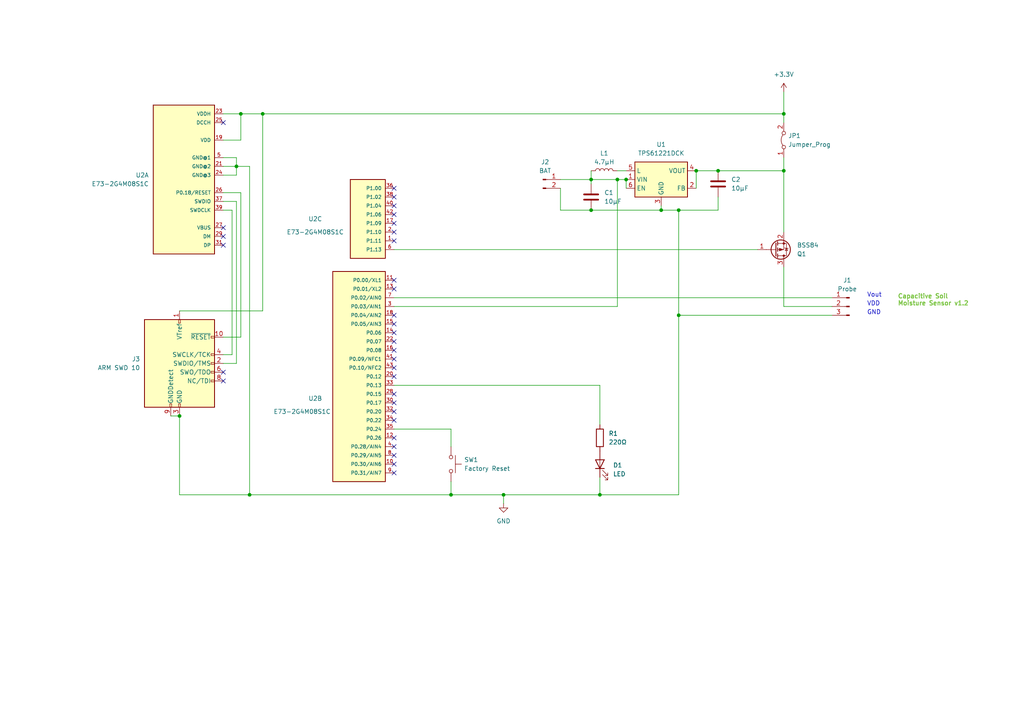
<source format=kicad_sch>
(kicad_sch (version 20230121) (generator eeschema)
  (paper "A4")
  (title_block (title "Swift Zigbee Soil Moisture Sensor") (date "2024-07-04") (rev "1.0"))
  (lib_symbols
    (symbol "Connector:Conn_01x02_Pin" (pin_names (offset 1.016) hide)
      (property "Reference" "J" (at 0 2.54 0))
      (property "Value" "Conn_01x02_Pin" (at 0 -5.08 0))
      (symbol "Conn_01x02_Pin_1_1"
        (polyline (pts (xy 1.27 -2.54) (xy 0.8636 -2.54)) (stroke (width 0.1524)))
        (polyline (pts (xy 1.27 0) (xy 0.8636 0)) (stroke (width 0.1524)))
        (rectangle (start 0.8636 -2.413) (end 0 -2.667) (stroke (width 0.1524)) (fill (type outline)))
        (rectangle (start 0.8636 0.127) (end 0 -0.127) (stroke (width 0.1524)) (fill (type outline)))
        (pin passive line (at 5.08 0 180) (length 3.81) (name "Pin_1") (number "1"))
        (pin passive line (at 5.08 -2.54 180) (length 3.81) (name "Pin_2") (number "2"))
      )
    )
    (symbol "Connector:Conn_01x03_Pin" (pin_names (offset 1.016) hide)
      (property "Reference" "J" (at 0 5.08 0))
      (property "Value" "Conn_01x03_Pin" (at 0 -5.08 0))
      (symbol "Conn_01x03_Pin_1_1"
        (polyline (pts (xy 1.27 -2.54) (xy 0.8636 -2.54)) (stroke (width 0.1524)))
        (polyline (pts (xy 1.27 0) (xy 0.8636 0)) (stroke (width 0.1524)))
        (polyline (pts (xy 1.27 2.54) (xy 0.8636 2.54)) (stroke (width 0.1524)))
        (rectangle (start 0.8636 -2.413) (end 0 -2.667) (stroke (width 0.1524)) (fill (type outline)))
        (rectangle (start 0.8636 0.127) (end 0 -0.127) (stroke (width 0.1524)) (fill (type outline)))
        (rectangle (start 0.8636 2.667) (end 0 2.413) (stroke (width 0.1524)) (fill (type outline)))
        (pin passive line (at 5.08 2.54 180) (length 3.81) (name "Pin_1") (number "1"))
        (pin passive line (at 5.08 0 180) (length 3.81) (name "Pin_2") (number "2"))
        (pin passive line (at 5.08 -2.54 180) (length 3.81) (name "Pin_3") (number "3"))
      )
    )
    (symbol "Connector:Conn_ARM_JTAG_SWD_10" (pin_names (offset 1.016))
      (property "Reference" "J" (at -2.54 16.51 0))
      (property "Value" "Conn_ARM_JTAG_SWD_10" (at -2.54 13.97 0))
      (symbol "Conn_ARM_JTAG_SWD_10_0_1"
        (rectangle (start -10.16 12.7) (end 10.16 -12.7) (stroke (width 0.254)) (fill (type background)))
        (rectangle (start -2.794 -12.7) (end -2.286 -11.684))
        (rectangle (start -0.254 -12.7) (end 0.254 -11.684))
        (rectangle (start -0.254 12.7) (end 0.254 11.684))
        (rectangle (start 9.144 2.286) (end 10.16 2.794))
        (rectangle (start 10.16 -2.794) (end 9.144 -2.286))
        (rectangle (start 10.16 -0.254) (end 9.144 0.254))
        (rectangle (start 10.16 7.874) (end 9.144 7.366))
      )
      (symbol "Conn_ARM_JTAG_SWD_10_1_1"
        (rectangle (start 9.144 -5.334) (end 10.16 -4.826))
        (pin power_in line (at 0 15.24 270) (length 2.54) (name "VTref") (number "1"))
        (pin open_collector line (at 12.7 7.62 180) (length 2.54) (name "~{RESET}") (number "10"))
        (pin bidirectional line (at 12.7 0 180) (length 2.54) (name "SWDIO/TMS") (number "2"))
        (pin power_in line (at 0 -15.24 90) (length 2.54) (name "GND") (number "3"))
        (pin output line (at 12.7 2.54 180) (length 2.54) (name "SWCLK/TCK") (number "4"))
        (pin passive line (at 0 -15.24 90) (length 2.54) hide (name "GND") (number "5"))
        (pin input line (at 12.7 -2.54 180) (length 2.54) (name "SWO/TDO") (number "6"))
        (pin no_connect line (at -10.16 0 0) (length 2.54) hide (name "KEY") (number "7"))
        (pin output line (at 12.7 -5.08 180) (length 2.54) (name "NC/TDI") (number "8"))
        (pin passive line (at -2.54 -15.24 90) (length 2.54) (name "GNDDetect") (number "9"))
      )
    )
    (symbol "Device:C" (pin_numbers hide) (pin_names (offset 0.254))
      (property "Reference" "C" (at 0.635 2.54 0))
      (property "Value" "C" (at 0.635 -2.54 0))
      (symbol "C_0_1"
        (polyline (pts (xy -2.032 -0.762) (xy 2.032 -0.762)) (stroke (width 0.508)))
        (polyline (pts (xy -2.032 0.762) (xy 2.032 0.762)) (stroke (width 0.508)))
      )
      (symbol "C_1_1"
        (pin passive line (at 0 3.81 270) (length 2.794) (name "~") (number "1"))
        (pin passive line (at 0 -3.81 90) (length 2.794) (name "~") (number "2"))
      )
    )
    (symbol "Device:L" (pin_numbers hide) (pin_names (offset 1.016) hide)
      (property "Reference" "L" (at -1.27 0 90))
      (property "Value" "L" (at 1.905 0 90))
      (symbol "L_0_1"
        (arc (start 0 -2.54) (mid 0.6323 -1.905) (end 0 -1.27))
        (arc (start 0 -1.27) (mid 0.6323 -0.635) (end 0 0))
        (arc (start 0 0) (mid 0.6323 0.635) (end 0 1.27))
        (arc (start 0 1.27) (mid 0.6323 1.905) (end 0 2.54))
      )
      (symbol "L_1_1"
        (pin passive line (at 0 3.81 270) (length 1.27) (name "1") (number "1"))
        (pin passive line (at 0 -3.81 90) (length 1.27) (name "2") (number "2"))
      )
    )
    (symbol "Device:LED" (pin_numbers hide) (pin_names (offset 1.016) hide)
      (property "Reference" "D" (at 0 2.54 0))
      (property "Value" "LED" (at 0 -2.54 0))
      (symbol "LED_0_1"
        (polyline (pts (xy -1.27 -1.27) (xy -1.27 1.27)) (stroke (width 0.254)))
        (polyline (pts (xy -1.27 0) (xy 1.27 0)))
        (polyline (pts (xy 1.27 -1.27) (xy 1.27 1.27) (xy -1.27 0) (xy 1.27 -1.27)) (stroke (width 0.254)))
        (polyline (pts (xy -3.048 -0.762) (xy -4.572 -2.286) (xy -3.81 -2.286) (xy -4.572 -2.286) (xy -4.572 -1.524)))
        (polyline (pts (xy -1.778 -0.762) (xy -3.302 -2.286) (xy -2.54 -2.286) (xy -3.302 -2.286) (xy -3.302 -1.524)))
      )
      (symbol "LED_1_1"
        (pin passive line (at -3.81 0 0) (length 2.54) (name "K") (number "1"))
        (pin passive line (at 3.81 0 180) (length 2.54) (name "A") (number "2"))
      )
    )
    (symbol "Device:R" (pin_numbers hide) (pin_names (offset 0))
      (property "Reference" "R" (at 2.032 0 90))
      (property "Value" "R" (at 0 0 90))
      (symbol "R_0_1"
        (rectangle (start -1.016 -2.54) (end 1.016 2.54) (stroke (width 0.254)))
      )
      (symbol "R_1_1"
        (pin passive line (at 0 3.81 270) (length 1.27) (name "~") (number "1"))
        (pin passive line (at 0 -3.81 90) (length 1.27) (name "~") (number "2"))
      )
    )
    (symbol "E73-2G4M08S1C:E73-2G4M08S1C" (pin_names (offset 1.016))
      (property "Reference" "U" (at -15.24 20.32 0))
      (property "Value" "E73-2G4M08S1C" (at -15.24 -25.4 0))
      (symbol "E73-2G4M08S1C_1_0"
        (rectangle (start -15.24 -22.86) (end 2.54 20.32) (stroke (width 0.254)) (fill (type background)))
        (pin bidirectional line (at -17.78 10.16 0) (length 2.54) (name "VDD") (number "19"))
        (pin bidirectional line (at -17.78 2.54 0) (length 2.54) (name "GND@2") (number "21"))
        (pin bidirectional line (at -17.78 17.78 0) (length 2.54) (name "VDDH") (number "23"))
        (pin bidirectional line (at -17.78 0 0) (length 2.54) (name "GND@3") (number "24"))
        (pin bidirectional line (at -17.78 15.24 0) (length 2.54) (name "DCCH") (number "25"))
        (pin bidirectional line (at -17.78 -5.08 0) (length 2.54) (name "P0.18/RESET") (number "26"))
        (pin bidirectional line (at -17.78 -15.24 0) (length 2.54) (name "VBUS") (number "27"))
        (pin bidirectional line (at -17.78 -17.78 0) (length 2.54) (name "DM") (number "29"))
        (pin bidirectional line (at -17.78 -20.32 0) (length 2.54) (name "DP") (number "31"))
        (pin bidirectional line (at -17.78 -7.62 0) (length 2.54) (name "SWDIO") (number "37"))
        (pin bidirectional line (at -17.78 -10.16 0) (length 2.54) (name "SWDCLK") (number "39"))
        (pin bidirectional line (at -17.78 5.08 0) (length 2.54) (name "GND@1") (number "5"))
      )
      (symbol "E73-2G4M08S1C_2_0"
        (rectangle (start -5.08 -30.48) (end 10.16 30.48) (stroke (width 0.254)) (fill (type background)))
        (pin bidirectional line (at 12.7 -25.4 180) (length 2.54) (name "P0.30/AIN6") (number "10"))
        (pin bidirectional line (at 12.7 27.94 180) (length 2.54) (name "P0.00/XL1") (number "11"))
        (pin bidirectional line (at 12.7 -17.78 180) (length 2.54) (name "P0.26") (number "12"))
        (pin bidirectional line (at 12.7 25.4 180) (length 2.54) (name "P0.01/XL2") (number "13"))
        (pin bidirectional line (at 12.7 12.7 180) (length 2.54) (name "P0.06") (number "14"))
        (pin bidirectional line (at 12.7 15.24 180) (length 2.54) (name "P0.05/AIN3") (number "15"))
        (pin bidirectional line (at 12.7 7.62 180) (length 2.54) (name "P0.08") (number "16"))
        (pin bidirectional line (at 12.7 17.78 180) (length 2.54) (name "P0.04/AIN2") (number "18"))
        (pin bidirectional line (at 12.7 0 180) (length 2.54) (name "P0.12") (number "20"))
        (pin bidirectional line (at 12.7 10.16 180) (length 2.54) (name "P0.07") (number "22"))
        (pin bidirectional line (at 12.7 -5.08 180) (length 2.54) (name "P0.15") (number "28"))
        (pin bidirectional line (at 12.7 20.32 180) (length 2.54) (name "P0.03/AIN1") (number "3"))
        (pin bidirectional line (at 12.7 -7.62 180) (length 2.54) (name "P0.17") (number "30"))
        (pin bidirectional line (at 12.7 -10.16 180) (length 2.54) (name "P0.20") (number "32"))
        (pin bidirectional line (at 12.7 -2.54 180) (length 2.54) (name "P0.13") (number "33"))
        (pin bidirectional line (at 12.7 -12.7 180) (length 2.54) (name "P0.22") (number "34"))
        (pin bidirectional line (at 12.7 -15.24 180) (length 2.54) (name "P0.24") (number "35"))
        (pin bidirectional line (at 12.7 -20.32 180) (length 2.54) (name "P0.28/AIN4") (number "4"))
        (pin bidirectional line (at 12.7 5.08 180) (length 2.54) (name "P0.09/NFC1") (number "41"))
        (pin bidirectional line (at 12.7 2.54 180) (length 2.54) (name "P0.10/NFC2") (number "43"))
        (pin bidirectional line (at 12.7 22.86 180) (length 2.54) (name "P0.02/AIN0") (number "7"))
        (pin bidirectional line (at 12.7 -22.86 180) (length 2.54) (name "P0.29/AIN5") (number "8"))
        (pin bidirectional line (at 12.7 -27.94 180) (length 2.54) (name "P0.31/AIN7") (number "9"))
      )
      (symbol "E73-2G4M08S1C_3_0"
        (rectangle (start -2.54 -12.7) (end 7.62 10.16) (stroke (width 0.254)) (fill (type background)))
        (pin bidirectional line (at 10.16 -7.62 180) (length 2.54) (name "P1.11") (number "1"))
        (pin bidirectional line (at 10.16 -2.54 180) (length 2.54) (name "P1.09") (number "17"))
        (pin bidirectional line (at 10.16 -5.08 180) (length 2.54) (name "P1.10") (number "2"))
        (pin bidirectional line (at 10.16 7.62 180) (length 2.54) (name "P1.00") (number "36"))
        (pin bidirectional line (at 10.16 5.08 180) (length 2.54) (name "P1.02") (number "38"))
        (pin bidirectional line (at 10.16 2.54 180) (length 2.54) (name "P1.04") (number "40"))
        (pin bidirectional line (at 10.16 0 180) (length 2.54) (name "P1.06") (number "42"))
        (pin bidirectional line (at 10.16 -10.16 180) (length 2.54) (name "P1.13") (number "6"))
      )
    )
    (symbol "Jumper:Jumper_2_Bridged" (pin_names (offset 0) hide)
      (property "Reference" "JP" (at 0 1.905 0))
      (property "Value" "Jumper_2_Bridged" (at 0 -2.54 0))
      (symbol "Jumper_2_Bridged_0_0"
        (circle (center -2.032 0) (radius 0.508))
        (circle (center 2.032 0) (radius 0.508))
      )
      (symbol "Jumper_2_Bridged_0_1"
        (arc (start 1.524 0.254) (mid 0 0.762) (end -1.524 0.254))
      )
      (symbol "Jumper_2_Bridged_1_1"
        (pin passive line (at -5.08 0 0) (length 2.54) (name "A") (number "1"))
        (pin passive line (at 5.08 0 180) (length 2.54) (name "B") (number "2"))
      )
    )
    (symbol "Regulator_Switching:TPS61221DCK"
      (property "Reference" "U" (at -7.62 6.35 0))
      (property "Value" "TPS61221DCK" (at 2.54 6.35 0))
      (symbol "TPS61221DCK_0_1"
        (rectangle (start -7.62 5.08) (end 7.62 -5.08) (stroke (width 0.254)) (fill (type background)))
      )
      (symbol "TPS61221DCK_1_1"
        (pin power_in line (at -10.16 0 0) (length 2.54) (name "VIN") (number "1"))
        (pin input line (at 10.16 -2.54 180) (length 2.54) (name "FB") (number "2"))
        (pin power_in line (at 0 -7.62 90) (length 2.54) (name "GND") (number "3"))
        (pin power_out line (at 10.16 2.54 180) (length 2.54) (name "VOUT") (number "4"))
        (pin power_in line (at -10.16 2.54 0) (length 2.54) (name "L") (number "5"))
        (pin input line (at -10.16 -2.54 0) (length 2.54) (name "EN") (number "6"))
      )
    )
    (symbol "Switch:SW_Push" (pin_numbers hide) (pin_names (offset 1.016) hide)
      (property "Reference" "SW" (at 1.27 2.54 0))
      (property "Value" "SW_Push" (at 0 -1.524 0))
      (symbol "SW_Push_0_1"
        (circle (center -2.032 0) (radius 0.508))
        (polyline (pts (xy 0 1.27) (xy 0 3.048)))
        (polyline (pts (xy 2.54 1.27) (xy -2.54 1.27)))
        (circle (center 2.032 0) (radius 0.508))
        (pin passive line (at -5.08 0 0) (length 2.54) (name "1") (number "1"))
        (pin passive line (at 5.08 0 180) (length 2.54) (name "2") (number "2"))
      )
    )
    (symbol "Transistor_FET:BSS84" (pin_names hide)
      (property "Reference" "Q" (at 5.08 1.905 0))
      (property "Value" "BSS84" (at 5.08 0 0))
      (symbol "BSS84_0_1"
        (polyline (pts (xy 0.254 0) (xy -2.54 0)))
        (polyline (pts (xy 0.254 1.905) (xy 0.254 -1.905)) (stroke (width 0.254)))
        (polyline (pts (xy 0.762 -1.27) (xy 0.762 -2.286)) (stroke (width 0.254)))
        (polyline (pts (xy 0.762 0.508) (xy 0.762 -0.508)) (stroke (width 0.254)))
        (polyline (pts (xy 0.762 2.286) (xy 0.762 1.27)) (stroke (width 0.254)))
        (polyline (pts (xy 2.54 2.54) (xy 2.54 1.778)))
        (polyline (pts (xy 2.54 -2.54) (xy 2.54 0) (xy 0.762 0)))
        (polyline (pts (xy 0.762 1.778) (xy 3.302 1.778) (xy 3.302 -1.778) (xy 0.762 -1.778)))
        (polyline (pts (xy 2.286 0) (xy 1.27 0.381) (xy 1.27 -0.381) (xy 2.286 0)) (fill (type outline)))
        (polyline (pts (xy 2.794 -0.508) (xy 2.921 -0.381) (xy 3.683 -0.381) (xy 3.81 -0.254)))
        (polyline (pts (xy 3.302 -0.381) (xy 2.921 0.254) (xy 3.683 0.254) (xy 3.302 -0.381)))
        (circle (center 1.651 0) (radius 2.794) (stroke (width 0.254)))
        (circle (center 2.54 -1.778) (radius 0.254) (fill (type outline)))
        (circle (center 2.54 1.778) (radius 0.254) (fill (type outline)))
      )
      (symbol "BSS84_1_1"
        (pin input line (at -5.08 0 0) (length 2.54) (name "G") (number "1"))
        (pin passive line (at 2.54 -5.08 90) (length 2.54) (name "S") (number "2"))
        (pin passive line (at 2.54 5.08 270) (length 2.54) (name "D") (number "3"))
      )
    )
    (symbol "power:+3.3V" (power) (pin_names (offset 0))
      (property "Value" "+3.3V" (at 0 3.556 0))
      (symbol "+3.3V_0_1"
        (polyline (pts (xy -0.762 1.27) (xy 0 2.54)))
        (polyline (pts (xy 0 0) (xy 0 2.54)))
        (polyline (pts (xy 0 2.54) (xy 0.762 1.27)))
      )
      (symbol "+3.3V_1_1"
        (pin power_in line (at 0 0 90) (length 0) hide (name "+3.3V") (number "1"))
      )
    )
    (symbol "power:GND" (power) (pin_names (offset 0))
      (property "Value" "GND" (at 0 -3.81 0))
      (symbol "GND_0_1"
        (polyline (pts (xy 0 0) (xy 0 -1.27) (xy 1.27 -1.27) (xy 0 -2.54) (xy -1.27 -1.27) (xy 0 -1.27)))
      )
      (symbol "GND_1_1"
        (pin power_in line (at 0 0 270) (length 0) hide (name "GND") (number "1"))
      )
    )
  )
  (junction (at 196.85 60.96))
  (junction (at 72.39 143.51))
  (junction (at 69.85 33.02))
  (junction (at 181.61 52.07))
  (junction (at 76.2 33.02))
  (junction (at 171.45 52.07))
  (junction (at 227.33 49.53))
  (junction (at 146.05 143.51))
  (junction (at 196.85 91.44))
  (junction (at 171.45 60.96))
  (junction (at 52.07 120.65))
  (junction (at 130.81 143.51))
  (junction (at 201.93 49.53))
  (junction (at 68.58 48.26))
  (junction (at 208.28 49.53))
  (junction (at 179.07 52.07))
  (junction (at 173.99 143.51))
  (junction (at 191.77 60.96))
  (junction (at 227.33 33.02))
  (no_connect (at 114.3 59.69))
  (no_connect (at 64.77 71.12))
  (no_connect (at 114.3 121.92))
  (no_connect (at 114.3 101.6))
  (no_connect (at 114.3 67.31))
  (no_connect (at 114.3 62.23))
  (no_connect (at 114.3 129.54))
  (no_connect (at 114.3 91.44))
  (no_connect (at 114.3 106.68))
  (no_connect (at 114.3 127))
  (no_connect (at 64.77 35.56))
  (no_connect (at 114.3 116.84))
  (no_connect (at 114.3 81.28))
  (no_connect (at 64.77 110.49))
  (no_connect (at 114.3 104.14))
  (no_connect (at 114.3 132.08))
  (no_connect (at 114.3 83.82))
  (no_connect (at 114.3 119.38))
  (no_connect (at 64.77 66.04))
  (no_connect (at 114.3 54.61))
  (no_connect (at 114.3 69.85))
  (no_connect (at 64.77 68.58))
  (no_connect (at 114.3 137.16))
  (no_connect (at 114.3 109.22))
  (no_connect (at 114.3 96.52))
  (no_connect (at 114.3 57.15))
  (no_connect (at 64.77 107.95))
  (no_connect (at 114.3 64.77))
  (no_connect (at 114.3 114.3))
  (no_connect (at 114.3 93.98))
  (no_connect (at 114.3 99.06))
  (no_connect (at 114.3 134.62))
  (wire (pts (xy 52.07 120.65) (xy 49.53 120.65)))
  (wire (pts (xy 72.39 48.26) (xy 72.39 143.51)))
  (wire (pts (xy 64.77 60.96) (xy 67.31 60.96)))
  (wire (pts (xy 173.99 138.43) (xy 173.99 143.51)))
  (wire (pts (xy 68.58 48.26) (xy 68.58 50.8)))
  (wire (pts (xy 196.85 60.96) (xy 191.77 60.96)))
  (wire (pts (xy 130.81 139.7) (xy 130.81 143.51)))
  (wire (pts (xy 227.33 49.53) (xy 227.33 67.31)))
  (wire (pts (xy 208.28 57.15) (xy 208.28 60.96)))
  (wire (pts (xy 171.45 60.96) (xy 191.77 60.96)))
  (wire (pts (xy 64.77 102.87) (xy 67.31 102.87)))
  (wire (pts (xy 114.3 88.9) (xy 179.07 88.9)))
  (wire (pts (xy 196.85 91.44) (xy 241.3 91.44)))
  (wire (pts (xy 64.77 105.41) (xy 68.58 105.41)))
  (wire (pts (xy 196.85 60.96) (xy 208.28 60.96)))
  (wire (pts (xy 208.28 49.53) (xy 201.93 49.53)))
  (wire (pts (xy 227.33 45.72) (xy 227.33 49.53)))
  (wire (pts (xy 227.33 33.02) (xy 227.33 35.56)))
  (wire (pts (xy 69.85 55.88) (xy 69.85 97.79)))
  (wire (pts (xy 179.07 49.53) (xy 181.61 49.53)))
  (wire (pts (xy 52.07 120.65) (xy 52.07 143.51)))
  (wire (pts (xy 171.45 49.53) (xy 171.45 52.07)))
  (wire (pts (xy 227.33 88.9) (xy 241.3 88.9)))
  (wire (pts (xy 76.2 90.17) (xy 76.2 33.02)))
  (wire (pts (xy 173.99 143.51) (xy 196.85 143.51)))
  (wire (pts (xy 69.85 33.02) (xy 76.2 33.02)))
  (wire (pts (xy 171.45 52.07) (xy 171.45 53.34)))
  (wire (pts (xy 69.85 33.02) (xy 64.77 33.02)))
  (wire (pts (xy 64.77 48.26) (xy 68.58 48.26)))
  (wire (pts (xy 146.05 143.51) (xy 173.99 143.51)))
  (wire (pts (xy 179.07 52.07) (xy 181.61 52.07)))
  (wire (pts (xy 67.31 60.96) (xy 67.31 102.87)))
  (wire (pts (xy 72.39 143.51) (xy 130.81 143.51)))
  (wire (pts (xy 227.33 88.9) (xy 227.33 77.47)))
  (wire (pts (xy 191.77 59.69) (xy 191.77 60.96)))
  (wire (pts (xy 64.77 45.72) (xy 68.58 45.72)))
  (wire (pts (xy 52.07 90.17) (xy 76.2 90.17)))
  (wire (pts (xy 173.99 111.76) (xy 114.3 111.76)))
  (wire (pts (xy 64.77 58.42) (xy 68.58 58.42)))
  (wire (pts (xy 146.05 143.51) (xy 146.05 146.05)))
  (wire (pts (xy 130.81 129.54) (xy 130.81 124.46)))
  (wire (pts (xy 171.45 52.07) (xy 179.07 52.07)))
  (wire (pts (xy 181.61 52.07) (xy 181.61 54.61)))
  (wire (pts (xy 68.58 58.42) (xy 68.58 105.41)))
  (wire (pts (xy 173.99 123.19) (xy 173.99 111.76)))
  (wire (pts (xy 52.07 143.51) (xy 72.39 143.51)))
  (wire (pts (xy 130.81 143.51) (xy 146.05 143.51)))
  (wire (pts (xy 162.56 54.61) (xy 162.56 60.96)))
  (wire (pts (xy 69.85 55.88) (xy 64.77 55.88)))
  (wire (pts (xy 64.77 40.64) (xy 69.85 40.64)))
  (wire (pts (xy 196.85 60.96) (xy 196.85 91.44)))
  (wire (pts (xy 201.93 49.53) (xy 201.93 54.61)))
  (wire (pts (xy 114.3 86.36) (xy 241.3 86.36)))
  (wire (pts (xy 162.56 52.07) (xy 171.45 52.07)))
  (wire (pts (xy 227.33 26.67) (xy 227.33 33.02)))
  (wire (pts (xy 130.81 124.46) (xy 114.3 124.46)))
  (wire (pts (xy 68.58 48.26) (xy 72.39 48.26)))
  (wire (pts (xy 76.2 33.02) (xy 227.33 33.02)))
  (wire (pts (xy 227.33 49.53) (xy 208.28 49.53)))
  (wire (pts (xy 64.77 50.8) (xy 68.58 50.8)))
  (wire (pts (xy 162.56 60.96) (xy 171.45 60.96)))
  (wire (pts (xy 69.85 33.02) (xy 69.85 40.64)))
  (wire (pts (xy 179.07 52.07) (xy 179.07 88.9)))
  (wire (pts (xy 64.77 97.79) (xy 69.85 97.79)))
  (wire (pts (xy 114.3 72.39) (xy 219.71 72.39)))
  (wire (pts (xy 196.85 91.44) (xy 196.85 143.51)))
  (wire (pts (xy 68.58 45.72) (xy 68.58 48.26)))
  (text "GND" (at 251.46 91.44 0) (effects (font (size 1.27 1.27)) (justify left bottom)))
  (text "Vout" (at 251.46 86.36 0) (effects (font (size 1.27 1.27)) (justify left bottom)))
  (text "Capacitive Soil\nMoisture Sensor v1.2" (at 260.35 88.9 0) (effects (font (size 1.27 1.27) (thickness 0.254) bold) (justify left bottom)))
  (text "VDD" (at 251.46 88.9 0) (effects (font (size 1.27 1.27)) (justify left bottom)))
  (symbol (lib_id "Connector:Conn_01x03_Pin") (at 246.38 88.9 0) (mirror y) (unit 1)
    (property "Reference" "J1" (at 245.745 81.28 0))
    (property "Value" "Probe" (at 245.745 83.82 0))
    (property "Footprint" "Connector_PinHeader_2.54mm:PinHeader_1x03_P2.54mm_Horizontal" (effects hide))
    (property "LCSC" " C7089182" (effects hide))
  )
  (symbol (lib_id "Device:L") (at 175.26 49.53 90) (unit 1)
    (property "Reference" "L1" (at 175.26 44.45 90))
    (property "Value" "4.7µH" (at 175.26 46.99 90))
    (property "Footprint" "Inductor_SMD:L_Wuerth_MAPI-4020" (effects hide))
    (property "LCSC" " C87172" (effects hide))
  )
  (symbol (lib_id "Connector:Conn_01x02_Pin") (at 157.48 52.07 0) (unit 1)
    (property "Reference" "J2" (at 158.115 46.99 0))
    (property "Value" "BAT" (at 158.115 49.53 0))
    (property "Footprint" "Connector_PinHeader_2.54mm:PinHeader_1x02_P2.54mm_Vertical" (effects hide))
    (property "LCSC" "C180247" (effects hide))
  )
  (symbol (lib_id "E73-2G4M08S1C:E73-2G4M08S1C") (at 46.99 50.8 0) (mirror y) (unit 1)
    (property "Reference" "U2" (at 43.18 50.8 0) (effects (justify left)))
    (property "Value" "E73-2G4M08S1C" (at 43.18 53.34 0) (effects (justify left)))
    (property "Footprint" "E73-2G4M08S1C:E73-2G4M08S1C" (effects hide))
    (property "MF" "EBYTE" (effects hide))
    (property "Description" "\nE73 series are wireless Bluetooth modules designed by Chengdu Ebyte which feature small size, low power consumption, built-in PCB antenna and IPX interface\n" (effects hide))
    (property "Package" "Package" (effects hide))
    (property "MP" "E73-2G4M08S1C" (effects hide))
    (property "LCSC" "C356849" (effects hide))
  )
  (symbol (lib_id "Device:C") (at 208.28 53.34 0) (unit 1)
    (property "Reference" "C2" (at 212.09 52.07 0) (effects (justify left)))
    (property "Value" "10µF" (at 212.09 54.61 0) (effects (justify left)))
    (property "Footprint" "Capacitor_SMD:C_0603_1608Metric" (effects hide))
    (property "LCSC" "C329937" (effects hide))
  )
  (symbol (lib_id "power:GND") (at 146.05 146.05 0) (unit 1)
    (property "Reference" "#PWR01" (effects hide))
    (property "Value" "GND" (at 146.05 151.13 0))
  )
  (symbol (lib_id "Jumper:Jumper_2_Bridged") (at 227.33 40.64 90) (unit 1)
    (property "Reference" "JP1" (at 228.6 39.37 90) (effects (justify right)))
    (property "Value" "Jumper_Prog" (at 228.6 41.91 90) (effects (justify right)))
    (property "Footprint" "Connector_PinHeader_2.54mm:PinHeader_1x02_P2.54mm_Vertical" (effects hide))
    (property "LCSC" "C180247 + C3715628" (effects hide))
  )
  (symbol (lib_id "Connector:Conn_ARM_JTAG_SWD_10") (at 52.07 105.41 0) (unit 1)
    (property "Reference" "J3" (at 40.64 104.14 0) (effects (justify right)))
    (property "Value" "ARM SWD 10" (at 40.64 106.68 0) (effects (justify right)))
    (property "Footprint" "Connector_PinHeader_1.27mm:PinHeader_2x05_P1.27mm_Vertical_SMD" (effects hide))
    (property "Datasheet" "http://infocenter.arm.com/help/topic/com.arm.doc.ddi0314h/DDI0314H_coresight_components_trm.pdf" (effects hide))
    (property "LCSC" "C2932107" (effects hide))
  )
  (symbol (lib_id "power:+3.3V") (at 227.33 26.67 0) (unit 1)
    (property "Reference" "#PWR02" (effects hide))
    (property "Value" "+3.3V" (at 227.33 21.59 0))
  )
  (symbol (lib_id "Regulator_Switching:TPS61221DCK") (at 191.77 52.07 0) (unit 1)
    (property "Reference" "U1" (at 191.77 41.91 0))
    (property "Value" "TPS61221DCK" (at 191.77 44.45 0))
    (property "Footprint" "Package_TO_SOT_SMD:Texas_R-PDSO-G6" (effects hide))
    (property "Datasheet" "http://www.ti.com/lit/ds/symlink/tps61220.pdf" (effects hide))
    (property "LCSC" "C2865756" (effects hide))
  )
  (symbol (lib_id "E73-2G4M08S1C:E73-2G4M08S1C") (at 101.6 109.22 0) (unit 2)
    (property "Reference" "U2" (at 91.44 115.57 0))
    (property "Value" "E73-2G4M08S1C" (at 87.63 119.38 0))
    (property "Footprint" "E73-2G4M08S1C:E73-2G4M08S1C" (effects hide))
    (property "MF" "EBYTE" (effects hide))
    (property "Description" "\nE73 series are wireless Bluetooth modules designed by Chengdu Ebyte which feature small size, low power consumption, built-in PCB antenna and IPX interface\n" (effects hide))
    (property "Package" "Package" (effects hide))
    (property "MP" "E73-2G4M08S1C" (effects hide))
    (property "LCSC" "C356849" (effects hide))
  )
  (symbol (lib_id "Device:R") (at 173.99 127 0) (unit 1)
    (property "Reference" "R1" (at 176.53 125.73 0) (effects (justify left)))
    (property "Value" "220Ω" (at 176.53 128.27 0) (effects (justify left)))
    (property "Footprint" "Resistor_SMD:R_0603_1608Metric" (effects hide))
    (property "LCSC" "C445820" (effects hide))
  )
  (symbol (lib_id "Transistor_FET:BSS84") (at 224.79 72.39 0) (mirror x) (unit 1)
    (property "Reference" "Q1" (at 231.14 73.66 0) (effects (justify left)))
    (property "Value" "BSS84" (at 231.14 71.12 0) (effects (justify left)))
    (property "Footprint" "Package_TO_SOT_SMD:SOT-23" (effects hide))
    (property "Datasheet" "http://assets.nexperia.com/documents/data-sheet/BSS84.pdf" (effects hide))
    (property "LCSC" "C493579" (effects hide))
  )
  (symbol (lib_id "E73-2G4M08S1C:E73-2G4M08S1C") (at 104.14 62.23 0) (unit 3)
    (property "Reference" "U2" (at 91.44 63.5 0))
    (property "Value" "E73-2G4M08S1C" (at 91.44 67.31 0))
    (property "Footprint" "E73-2G4M08S1C:E73-2G4M08S1C" (effects hide))
    (property "MF" "EBYTE" (effects hide))
    (property "Description" "\nE73 series are wireless Bluetooth modules designed by Chengdu Ebyte which feature small size, low power consumption, built-in PCB antenna and IPX interface\n" (effects hide))
    (property "Package" "Package" (effects hide))
    (property "MP" "E73-2G4M08S1C" (effects hide))
    (property "LCSC" "C356849" (effects hide))
  )
  (symbol (lib_id "Device:LED") (at 173.99 134.62 90) (unit 1)
    (property "Reference" "D1" (at 177.8 134.9375 90) (effects (justify right)))
    (property "Value" "LED" (at 177.8 137.4775 90) (effects (justify right)))
    (property "Footprint" "LED_SMD:LED_0603_1608Metric" (effects hide))
    (property "LCSC" "C5246833" (effects hide))
  )
  (symbol (lib_id "Device:C") (at 171.45 57.15 0) (unit 1)
    (property "Reference" "C1" (at 175.26 55.88 0) (effects (justify left)))
    (property "Value" "10µF" (at 175.26 58.42 0) (effects (justify left)))
    (property "Footprint" "Capacitor_SMD:C_0603_1608Metric" (effects hide))
    (property "LCSC" "C329937" (effects hide))
  )
  (symbol (lib_id "Switch:SW_Push") (at 130.81 134.62 270) (unit 1)
    (property "Reference" "SW1" (at 134.62 133.35 90) (effects (justify left)))
    (property "Value" "Factory Reset" (at 134.62 135.89 90) (effects (justify left)))
    (property "Footprint" "Button_Switch_SMD:SW_SPST_B3S-1000" (effects hide))
    (property "LCSC" "C231324" (effects hide))
  )
)
</source>
